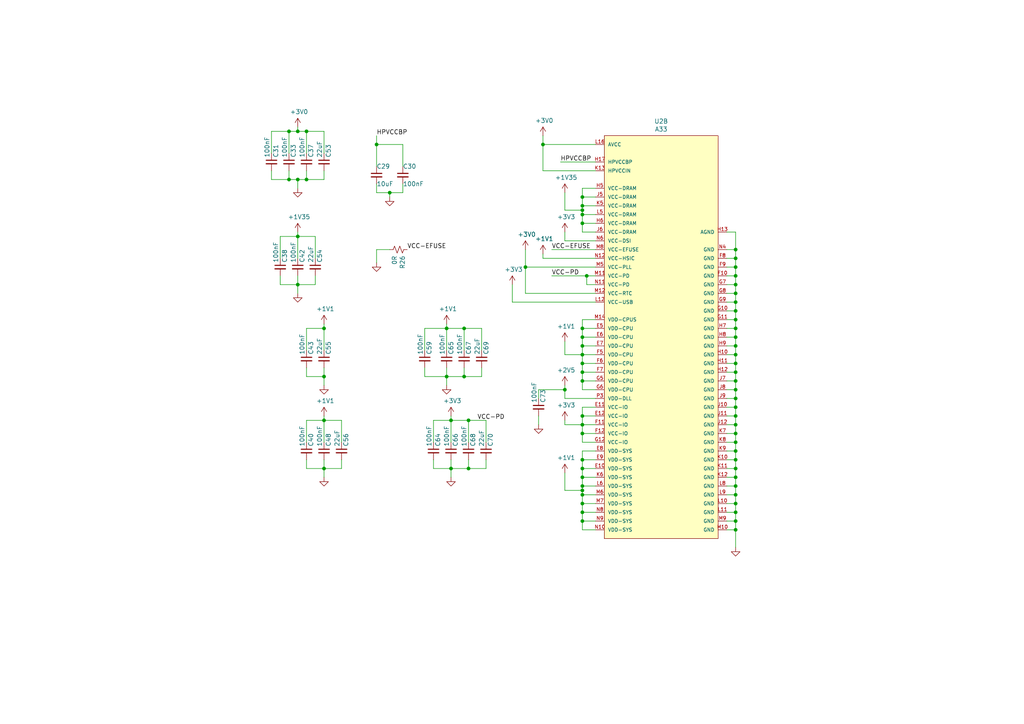
<source format=kicad_sch>
(kicad_sch (version 20231120) (generator "eeschema") (generator_version "8.0")
  (paper "A4")
  (title_block (title "Wifi Wart NFF") (rev "R0.1") (company "Interrupt Labs"))
  (lib_symbols
    (symbol "Allwinner_A33:A33" (pin_names (offset 1.016))
      (property "Reference" "U" (at 0 5.08 0))
      (property "Value" "A33" (at 0 7.62 0))
      (symbol "A33_1_1"
        (pin unspecified line (at 2.54 -20.32 0) (length 2.54) (name "DA6") (number "A1"))
        (pin unspecified line (at 2.54 -25.4 0) (length 2.54) (name "DA8") (number "B1"))
        (pin unspecified line (at 2.54 -40.64 0) (length 2.54) (name "DA14") (number "C1"))
        (pin unspecified line (at 2.54 -33.02 0) (length 2.54) (name "DA11") (number "C2"))
        (pin unspecified line (at 2.54 -7.62 0) (length 2.54) (name "DA1") (number "D1"))
        (pin unspecified line (at 2.54 -15.24 0) (length 2.54) (name "DA4") (number "D2"))
        (pin unspecified line (at 2.54 -35.56 0) (length 2.54) (name "DA12") (number "E1"))
        (pin unspecified line (at 2.54 -30.48 0) (length 2.54) (name "DA10") (number "E2"))
        (pin unspecified line (at 2.54 -43.18 0) (length 2.54) (name "DA15") (number "E3"))
        (pin unspecified line (at 2.54 -5.08 0) (length 2.54) (name "DA0") (number "E4"))
        (pin unspecified line (at 2.54 -17.78 0) (length 2.54) (name "DA5") (number "F1"))
        (pin unspecified line (at 2.54 -10.16 0) (length 2.54) (name "DA2") (number "F2"))
        (pin unspecified line (at 2.54 -38.1 0) (length 2.54) (name "DA13") (number "F3"))
        (pin unspecified line (at 2.54 -27.94 0) (length 2.54) (name "DA9") (number "F4"))
        (pin unspecified line (at 2.54 -68.58 0) (length 2.54) (name "DCK") (number "G1"))
        (pin unspecified line (at 2.54 -71.12 0) (length 2.54) (name "DCKB") (number "G2"))
        (pin unspecified line (at 2.54 -88.9 0) (length 2.54) (name "DRST") (number "G3"))
        (pin unspecified line (at 2.54 -22.86 0) (length 2.54) (name "DA7") (number "G4"))
        (pin unspecified line (at 30.48 -15.24 180) (length 2.54) (name "DQ6") (number "H1"))
        (pin unspecified line (at 30.48 -17.78 180) (length 2.54) (name "DQ7") (number "H2"))
        (pin unspecified line (at 2.54 -12.7 0) (length 2.54) (name "DA3") (number "H3"))
        (pin unspecified line (at 30.48 -48.26 180) (length 2.54) (name "DBA2") (number "H4"))
        (pin unspecified line (at 30.48 -10.16 180) (length 2.54) (name "DQ4") (number "J1"))
        (pin unspecified line (at 30.48 -12.7 180) (length 2.54) (name "DQ5") (number "J2"))
        (pin unspecified line (at 30.48 -43.18 180) (length 2.54) (name "DBA0") (number "J3"))
        (pin unspecified line (at 2.54 -73.66 0) (length 2.54) (name "DCKE") (number "J4"))
        (pin unspecified line (at 30.48 -63.5 180) (length 2.54) (name "DQS0B") (number "K1"))
        (pin unspecified line (at 30.48 -60.96 180) (length 2.54) (name "DQS0") (number "K2"))
        (pin unspecified line (at 2.54 -81.28 0) (length 2.54) (name "DWE") (number "K3"))
        (pin unspecified line (at 30.48 -45.72 180) (length 2.54) (name "DBA1") (number "K4"))
        (pin unspecified line (at 30.48 -5.08 180) (length 2.54) (name "DQ2") (number "L1"))
        (pin unspecified line (at 30.48 -7.62 180) (length 2.54) (name "DQ3") (number "L2"))
        (pin unspecified line (at 2.54 -60.96 0) (length 2.54) (name "DODT") (number "L3"))
        (pin unspecified line (at 2.54 -50.8 0) (length 2.54) (name "DRAS") (number "L4"))
        (pin unspecified line (at 2.54 -63.5 0) (length 2.54) (name "DODT1") (number "L7"))
        (pin unspecified line (at 30.48 0 180) (length 2.54) (name "DQ0") (number "M1"))
        (pin unspecified line (at 30.48 -2.54 180) (length 2.54) (name "DQ1") (number "M2"))
        (pin unspecified line (at 2.54 -48.26 0) (length 2.54) (name "DCAS") (number "M3"))
        (pin unspecified line (at 2.54 0 0) (length 2.54) (name "DVREF") (number "M4"))
        (pin unspecified line (at 30.48 -38.1 180) (length 2.54) (name "DQ15") (number "N1"))
        (pin unspecified line (at 30.48 -66.04 180) (length 2.54) (name "DQM0") (number "N2"))
        (pin unspecified line (at 2.54 -55.88 0) (length 2.54) (name "DCS") (number "N3"))
        (pin unspecified line (at 2.54 -58.42 0) (length 2.54) (name "DCS1") (number "N5"))
        (pin unspecified line (at 2.54 -76.2 0) (length 2.54) (name "DCKE1") (number "N7"))
        (pin unspecified line (at 30.48 -33.02 180) (length 2.54) (name "DQ13") (number "P1"))
        (pin unspecified line (at 30.48 -35.56 180) (length 2.54) (name "DQ14") (number "P2"))
        (pin unspecified line (at 30.48 -53.34 180) (length 2.54) (name "DQS1") (number "R1"))
        (pin unspecified line (at 30.48 -30.48 180) (length 2.54) (name "DQ12") (number "R2"))
        (pin unspecified line (at 2.54 -83.82 0) (length 2.54) (name "DZQ") (number "R3"))
        (pin unspecified line (at 30.48 -55.88 180) (length 2.54) (name "DQS1B") (number "T1"))
        (pin unspecified line (at 30.48 -27.94 180) (length 2.54) (name "DQ11") (number "T2"))
        (pin unspecified line (at 30.48 -58.42 180) (length 2.54) (name "DQM1") (number "T3"))
        (pin unspecified line (at 30.48 -22.86 180) (length 2.54) (name "DQ9") (number "U1"))
        (pin unspecified line (at 30.48 -25.4 180) (length 2.54) (name "DQ10") (number "U2"))
        (pin unspecified line (at 30.48 -20.32 180) (length 2.54) (name "DQ8") (number "U3"))
      )
      (symbol "A33_2_1"
        (pin unspecified line (at 2.54 -93.98 0) (length 2.54) (name "VDD-SYS") (number "E10"))
        (pin unspecified line (at 2.54 -76.2 0) (length 2.54) (name "VCC-IO") (number "E11"))
        (pin unspecified line (at 2.54 -78.74 0) (length 2.54) (name "VCC-IO") (number "E12"))
        (pin unspecified line (at 2.54 -53.34 0) (length 2.54) (name "VDD-CPU") (number "E5"))
        (pin unspecified line (at 2.54 -55.88 0) (length 2.54) (name "VDD-CPU") (number "E6"))
        (pin unspecified line (at 2.54 -58.42 0) (length 2.54) (name "VDD-CPU") (number "E7"))
        (pin unspecified line (at 2.54 -88.9 0) (length 2.54) (name "VDD-SYS") (number "E8"))
        (pin unspecified line (at 2.54 -91.44 0) (length 2.54) (name "VDD-SYS") (number "E9"))
        (pin unspecified line (at 40.64 -38.1 180) (length 2.54) (name "GND") (number "F10"))
        (pin unspecified line (at 2.54 -81.28 0) (length 2.54) (name "VCC-IO") (number "F11"))
        (pin unspecified line (at 2.54 -83.82 0) (length 2.54) (name "VCC-IO") (number "F12"))
        (pin unspecified line (at 2.54 -60.96 0) (length 2.54) (name "VDD-CPU") (number "F5"))
        (pin unspecified line (at 2.54 -63.5 0) (length 2.54) (name "VDD-CPU") (number "F6"))
        (pin unspecified line (at 2.54 -66.04 0) (length 2.54) (name "VDD-CPU") (number "F7"))
        (pin unspecified line (at 40.64 -33.02 180) (length 2.54) (name "GND") (number "F8"))
        (pin unspecified line (at 40.64 -35.56 180) (length 2.54) (name "GND") (number "F9"))
        (pin unspecified line (at 40.64 -48.26 180) (length 2.54) (name "GND") (number "G10"))
        (pin unspecified line (at 40.64 -50.8 180) (length 2.54) (name "GND") (number "G11"))
        (pin unspecified line (at 2.54 -86.36 0) (length 2.54) (name "VCC-IO") (number "G12"))
        (pin unspecified line (at 2.54 -68.58 0) (length 2.54) (name "VDD-CPU") (number "G5"))
        (pin unspecified line (at 2.54 -71.12 0) (length 2.54) (name "VDD-CPU") (number "G6"))
        (pin unspecified line (at 40.64 -40.64 180) (length 2.54) (name "GND") (number "G7"))
        (pin unspecified line (at 40.64 -43.18 180) (length 2.54) (name "GND") (number "G8"))
        (pin unspecified line (at 40.64 -45.72 180) (length 2.54) (name "GND") (number "G9"))
        (pin unspecified line (at 40.64 -60.96 180) (length 2.54) (name "GND") (number "H10"))
        (pin unspecified line (at 40.64 -63.5 180) (length 2.54) (name "GND") (number "H11"))
        (pin unspecified line (at 40.64 -66.04 180) (length 2.54) (name "GND") (number "H12"))
        (pin unspecified line (at 40.64 -25.4 180) (length 2.54) (name "AGND") (number "H13"))
        (pin unspecified line (at 2.54 -5.08 0) (length 2.54) (name "HPVCCBP") (number "H17"))
        (pin unspecified line (at 2.54 -12.7 0) (length 2.54) (name "VCC-DRAM") (number "H5"))
        (pin unspecified line (at 2.54 -22.86 0) (length 2.54) (name "VCC-DRAM") (number "H6"))
        (pin unspecified line (at 40.64 -53.34 180) (length 2.54) (name "GND") (number "H7"))
        (pin unspecified line (at 40.64 -55.88 180) (length 2.54) (name "GND") (number "H8"))
        (pin unspecified line (at 40.64 -58.42 180) (length 2.54) (name "GND") (number "H9"))
        (pin unspecified line (at 40.64 -76.2 180) (length 2.54) (name "GND") (number "J10"))
        (pin unspecified line (at 40.64 -78.74 180) (length 2.54) (name "GND") (number "J11"))
        (pin unspecified line (at 40.64 -81.28 180) (length 2.54) (name "GND") (number "J12"))
        (pin unspecified line (at 2.54 -15.24 0) (length 2.54) (name "VCC-DRAM") (number "J5"))
        (pin unspecified line (at 2.54 -25.4 0) (length 2.54) (name "VCC-DRAM") (number "J6"))
        (pin unspecified line (at 40.64 -68.58 180) (length 2.54) (name "GND") (number "J7"))
        (pin unspecified line (at 40.64 -71.12 180) (length 2.54) (name "GND") (number "J8"))
        (pin unspecified line (at 40.64 -73.66 180) (length 2.54) (name "GND") (number "J9"))
        (pin unspecified line (at 40.64 -91.44 180) (length 2.54) (name "GND") (number "K10"))
        (pin unspecified line (at 40.64 -93.98 180) (length 2.54) (name "GND") (number "K11"))
        (pin unspecified line (at 40.64 -96.52 180) (length 2.54) (name "GND") (number "K12"))
        (pin unspecified line (at 2.54 -7.62 0) (length 2.54) (name "HPVCCIN") (number "K13"))
        (pin unspecified line (at 2.54 -17.78 0) (length 2.54) (name "VCC-DRAM") (number "K5"))
        (pin unspecified line (at 2.54 -96.52 0) (length 2.54) (name "VDD-SYS") (number "K6"))
        (pin unspecified line (at 40.64 -83.82 180) (length 2.54) (name "GND") (number "K7"))
        (pin unspecified line (at 40.64 -86.36 180) (length 2.54) (name "GND") (number "K8"))
        (pin unspecified line (at 40.64 -88.9 180) (length 2.54) (name "GND") (number "K9"))
        (pin unspecified line (at 40.64 -104.14 180) (length 2.54) (name "GND") (number "L10"))
        (pin unspecified line (at 40.64 -106.68 180) (length 2.54) (name "GND") (number "L11"))
        (pin unspecified line (at 2.54 -45.72 0) (length 2.54) (name "VCC-USB") (number "L12"))
        (pin unspecified line (at 2.54 0 0) (length 2.54) (name "AVCC") (number "L16"))
        (pin unspecified line (at 2.54 -20.32 0) (length 2.54) (name "VCC-DRAM") (number "L5"))
        (pin unspecified line (at 2.54 -99.06 0) (length 2.54) (name "VDD-SYS") (number "L6"))
        (pin unspecified line (at 40.64 -99.06 180) (length 2.54) (name "GND") (number "L8"))
        (pin unspecified line (at 40.64 -101.6 180) (length 2.54) (name "GND") (number "L9"))
        (pin unspecified line (at 40.64 -111.76 180) (length 2.54) (name "GND") (number "M10"))
        (pin unspecified line (at 2.54 -38.1 0) (length 2.54) (name "VCC-PD") (number "M11"))
        (pin unspecified line (at 2.54 -43.18 0) (length 2.54) (name "VCC-RTC") (number "M12"))
        (pin unspecified line (at 2.54 -50.8 0) (length 2.54) (name "VDD-CPUS") (number "M14"))
        (pin unspecified line (at 2.54 -35.56 0) (length 2.54) (name "VCC-PLL") (number "M5"))
        (pin unspecified line (at 2.54 -101.6 0) (length 2.54) (name "VDD-SYS") (number "M6"))
        (pin unspecified line (at 2.54 -104.14 0) (length 2.54) (name "VDD-SYS") (number "M7"))
        (pin unspecified line (at 2.54 -30.48 0) (length 2.54) (name "VCC-EFUSE") (number "M8"))
        (pin unspecified line (at 40.64 -109.22 180) (length 2.54) (name "GND") (number "M9"))
        (pin unspecified line (at 2.54 -111.76 0) (length 2.54) (name "VDD-SYS") (number "N10"))
        (pin unspecified line (at 2.54 -40.64 0) (length 2.54) (name "VCC-PD") (number "N11"))
        (pin unspecified line (at 2.54 -33.02 0) (length 2.54) (name "VCC-HSIC") (number "N12"))
        (pin unspecified line (at 40.64 -30.48 180) (length 2.54) (name "GND") (number "N4"))
        (pin unspecified line (at 2.54 -27.94 0) (length 2.54) (name "VCC-DSI") (number "N6"))
        (pin unspecified line (at 2.54 -106.68 0) (length 2.54) (name "VDD-SYS") (number "N8"))
        (pin unspecified line (at 2.54 -109.22 0) (length 2.54) (name "VDD-SYS") (number "N9"))
        (pin unspecified line (at 2.54 -73.66 0) (length 2.54) (name "VDD-DLL") (number "P3"))
      )
      (symbol "A33_3_1"
        (pin unspecified line (at 2.54 -48.26 0) (length 2.54) (name "PC10") (number "A10"))
        (pin unspecified line (at 2.54 -43.18 0) (length 2.54) (name "PC8") (number "A11"))
        (pin unspecified line (at 2.54 -40.64 0) (length 2.54) (name "PC7") (number "A12"))
        (pin unspecified line (at 25.4 -76.2 180) (length 2.54) (name "PG4") (number "A13"))
        (pin unspecified line (at 25.4 -71.12 180) (length 2.54) (name "PG2") (number "A14"))
        (pin unspecified line (at 25.4 -66.04 180) (length 2.54) (name "PG0") (number "A15"))
        (pin unspecified line (at 25.4 -86.36 180) (length 2.54) (name "PG8") (number "A16"))
        (pin unspecified line (at 25.4 -81.28 180) (length 2.54) (name "PG6") (number "A17"))
        (pin unspecified line (at 25.4 -30.48 180) (length 2.54) (name "PE12") (number "A2"))
        (pin unspecified line (at 25.4 -25.4 180) (length 2.54) (name "PE10") (number "A3"))
        (pin unspecified line (at 25.4 -20.32 180) (length 2.54) (name "PE8") (number "A4"))
        (pin unspecified line (at 25.4 -15.24 180) (length 2.54) (name "PE6") (number "A5"))
        (pin unspecified line (at 25.4 -10.16 180) (length 2.54) (name "PE4") (number "A6"))
        (pin unspecified line (at 2.54 -63.5 0) (length 2.54) (name "PC16") (number "A7"))
        (pin unspecified line (at 2.54 -58.42 0) (length 2.54) (name "PC14") (number "A8"))
        (pin unspecified line (at 2.54 -53.34 0) (length 2.54) (name "PC12") (number "A9"))
        (pin unspecified line (at 2.54 -45.72 0) (length 2.54) (name "PC9") (number "B10"))
        (pin unspecified line (at 2.54 -33.02 0) (length 2.54) (name "PC4") (number "B11"))
        (pin unspecified line (at 25.4 -78.74 180) (length 2.54) (name "PG5") (number "B13"))
        (pin unspecified line (at 25.4 -73.66 180) (length 2.54) (name "PG3") (number "B14"))
        (pin unspecified line (at 25.4 -68.58 180) (length 2.54) (name "PG1") (number "B15"))
        (pin unspecified line (at 25.4 -88.9 180) (length 2.54) (name "PG9") (number "B16"))
        (pin unspecified line (at 25.4 -83.82 180) (length 2.54) (name "PG7") (number "B17"))
        (pin unspecified line (at 25.4 -33.02 180) (length 2.54) (name "PE13") (number "B2"))
        (pin unspecified line (at 25.4 -27.94 180) (length 2.54) (name "PE11") (number "B3"))
        (pin unspecified line (at 25.4 -22.86 180) (length 2.54) (name "PE9") (number "B4"))
        (pin unspecified line (at 25.4 -17.78 180) (length 2.54) (name "PE7") (number "B5"))
        (pin unspecified line (at 25.4 -12.7 180) (length 2.54) (name "PE5") (number "B6"))
        (pin unspecified line (at 2.54 -60.96 0) (length 2.54) (name "PC15") (number "B7"))
        (pin unspecified line (at 2.54 -55.88 0) (length 2.54) (name "PC13") (number "B8"))
        (pin unspecified line (at 2.54 -50.8 0) (length 2.54) (name "PC11") (number "B9"))
        (pin unspecified line (at 2.54 -35.56 0) (length 2.54) (name "PC5") (number "C10"))
        (pin unspecified line (at 2.54 -27.94 0) (length 2.54) (name "PC2") (number "C11"))
        (pin unspecified line (at 2.54 -25.4 0) (length 2.54) (name "PC1") (number "C12"))
        (pin unspecified line (at 25.4 -116.84 180) (length 2.54) (name "PH5") (number "C13"))
        (pin unspecified line (at 25.4 -99.06 180) (length 2.54) (name "PG13") (number "C14"))
        (pin unspecified line (at 25.4 -96.52 180) (length 2.54) (name "PG12") (number "C15"))
        (pin unspecified line (at 25.4 -93.98 180) (length 2.54) (name "PG11") (number "C16"))
        (pin unspecified line (at 25.4 -91.44 180) (length 2.54) (name "PG10") (number "C17"))
        (pin unspecified line (at 25.4 -35.56 180) (length 2.54) (name "PE14") (number "C3"))
        (pin unspecified line (at 25.4 -40.64 180) (length 2.54) (name "PE16") (number "C4"))
        (pin unspecified line (at 25.4 0 180) (length 2.54) (name "PE0") (number "C5"))
        (pin unspecified line (at 25.4 -5.08 180) (length 2.54) (name "PE2") (number "C6"))
        (pin unspecified line (at 25.4 -60.96 180) (length 2.54) (name "PF5") (number "C7"))
        (pin unspecified line (at 25.4 -55.88 180) (length 2.54) (name "PF3") (number "C8"))
        (pin unspecified line (at 25.4 -50.8 180) (length 2.54) (name "PF1") (number "C9"))
        (pin unspecified line (at 2.54 -38.1 0) (length 2.54) (name "PC6") (number "D10"))
        (pin unspecified line (at 2.54 -30.48 0) (length 2.54) (name "PC3") (number "D11"))
        (pin unspecified line (at 2.54 -22.86 0) (length 2.54) (name "PC0") (number "D12"))
        (pin unspecified line (at 25.4 -114.3 180) (length 2.54) (name "PH4") (number "D13"))
        (pin unspecified line (at 25.4 -111.76 180) (length 2.54) (name "PH3") (number "D14"))
        (pin unspecified line (at 25.4 -109.22 180) (length 2.54) (name "PH2") (number "D15"))
        (pin unspecified line (at 25.4 -106.68 180) (length 2.54) (name "PH1") (number "D16"))
        (pin unspecified line (at 25.4 -104.14 180) (length 2.54) (name "PH0") (number "D17"))
        (pin unspecified line (at 25.4 -38.1 180) (length 2.54) (name "PE15") (number "D3"))
        (pin unspecified line (at 25.4 -43.18 180) (length 2.54) (name "PE17") (number "D4"))
        (pin unspecified line (at 25.4 -2.54 180) (length 2.54) (name "PE1") (number "D5"))
        (pin unspecified line (at 25.4 -7.62 180) (length 2.54) (name "PE3") (number "D6"))
        (pin unspecified line (at 25.4 -58.42 180) (length 2.54) (name "PF4") (number "D7"))
        (pin unspecified line (at 25.4 -53.34 180) (length 2.54) (name "PF2") (number "D8"))
        (pin unspecified line (at 25.4 -48.26 180) (length 2.54) (name "PF0") (number "D9"))
        (pin unspecified line (at 25.4 -127 180) (length 2.54) (name "PH9") (number "E14"))
        (pin unspecified line (at 25.4 -124.46 180) (length 2.54) (name "PH8") (number "E15"))
        (pin unspecified line (at 25.4 -121.92 180) (length 2.54) (name "PH7") (number "E16"))
        (pin unspecified line (at 25.4 -119.38 180) (length 2.54) (name "PH6") (number "E17"))
        (pin unspecified line (at 2.54 -15.24 0) (length 2.54) (name "PB6") (number "F14"))
        (pin unspecified line (at 2.54 -17.78 0) (length 2.54) (name "PB7") (number "F15"))
        (pin unspecified line (at 2.54 -7.62 0) (length 2.54) (name "PB3") (number "F16"))
        (pin unspecified line (at 2.54 -5.08 0) (length 2.54) (name "PB2") (number "F17"))
        (pin unspecified line (at 2.54 -10.16 0) (length 2.54) (name "PB4") (number "G14"))
        (pin unspecified line (at 2.54 -12.7 0) (length 2.54) (name "PB5") (number "G15"))
        (pin unspecified line (at 2.54 -2.54 0) (length 2.54) (name "PB1") (number "G16"))
        (pin unspecified line (at 2.54 0 0) (length 2.54) (name "PB0") (number "G17"))
        (pin unspecified line (at 2.54 -81.28 0) (length 2.54) (name "PD7") (number "P10"))
        (pin unspecified line (at 2.54 -76.2 0) (length 2.54) (name "PD5") (number "P11"))
        (pin unspecified line (at 2.54 -71.12 0) (length 2.54) (name "PD3") (number "P12"))
        (pin unspecified line (at 25.4 -154.94 180) (length 2.54) (name "PL9") (number "P13"))
        (pin unspecified line (at 25.4 -144.78 180) (length 2.54) (name "PL5") (number "P14"))
        (pin unspecified line (at 25.4 -134.62 180) (length 2.54) (name "PL1") (number "P15"))
        (pin unspecified line (at 25.4 -132.08 180) (length 2.54) (name "PL0") (number "P16"))
        (pin unspecified line (at 2.54 -96.52 0) (length 2.54) (name "PD15") (number "P7"))
        (pin unspecified line (at 2.54 -91.44 0) (length 2.54) (name "PD13") (number "P8"))
        (pin unspecified line (at 2.54 -86.36 0) (length 2.54) (name "PD11") (number "P9"))
        (pin unspecified line (at 2.54 -78.74 0) (length 2.54) (name "PD6") (number "R10"))
        (pin unspecified line (at 2.54 -73.66 0) (length 2.54) (name "PD4") (number "R11"))
        (pin unspecified line (at 2.54 -68.58 0) (length 2.54) (name "PD2") (number "R12"))
        (pin unspecified line (at 25.4 -152.4 180) (length 2.54) (name "PL8") (number "R13"))
        (pin unspecified line (at 25.4 -142.24 180) (length 2.54) (name "PL4") (number "R14"))
        (pin unspecified line (at 2.54 -93.98 0) (length 2.54) (name "PD14") (number "R7"))
        (pin unspecified line (at 2.54 -88.9 0) (length 2.54) (name "PD12") (number "R8"))
        (pin unspecified line (at 2.54 -83.82 0) (length 2.54) (name "PD10") (number "R9"))
        (pin unspecified line (at 2.54 -106.68 0) (length 2.54) (name "PD21") (number "T10"))
        (pin unspecified line (at 2.54 -101.6 0) (length 2.54) (name "PD19") (number "T11"))
        (pin unspecified line (at 25.4 -160.02 180) (length 2.54) (name "PL11") (number "T12"))
        (pin unspecified line (at 25.4 -149.86 180) (length 2.54) (name "PL7") (number "T13"))
        (pin unspecified line (at 25.4 -139.7 180) (length 2.54) (name "PL3") (number "T14"))
        (pin unspecified line (at 2.54 -121.92 0) (length 2.54) (name "PD27") (number "T7"))
        (pin unspecified line (at 2.54 -116.84 0) (length 2.54) (name "PD25") (number "T8"))
        (pin unspecified line (at 2.54 -111.76 0) (length 2.54) (name "PD23") (number "T9"))
        (pin unspecified line (at 2.54 -104.14 0) (length 2.54) (name "PD20") (number "U10"))
        (pin unspecified line (at 2.54 -99.06 0) (length 2.54) (name "PD18") (number "U11"))
        (pin unspecified line (at 25.4 -157.48 180) (length 2.54) (name "PL10") (number "U12"))
        (pin unspecified line (at 25.4 -147.32 180) (length 2.54) (name "PL6") (number "U13"))
        (pin unspecified line (at 25.4 -137.16 180) (length 2.54) (name "PL2") (number "U14"))
        (pin unspecified line (at 2.54 -119.38 0) (length 2.54) (name "PD26") (number "U7"))
        (pin unspecified line (at 2.54 -114.3 0) (length 2.54) (name "PD24") (number "U8"))
        (pin unspecified line (at 2.54 -109.22 0) (length 2.54) (name "PD22") (number "U9"))
      )
      (symbol "A33_4_1"
        (pin unspecified line (at 43.18 -53.34 180) (length 2.54) (name "HPCOM") (number "H14"))
        (pin unspecified line (at 43.18 -22.86 180) (length 2.54) (name "LINEINL") (number "H15"))
        (pin unspecified line (at 43.18 -55.88 180) (length 2.54) (name "HPCOMFB") (number "H16"))
        (pin unspecified line (at 43.18 -60.96 180) (length 2.54) (name "HBIAS") (number "J14"))
        (pin unspecified line (at 43.18 -20.32 180) (length 2.54) (name "LINEINR") (number "J15"))
        (pin unspecified line (at 43.18 -48.26 180) (length 2.54) (name "HPOUTR") (number "J16"))
        (pin unspecified line (at 43.18 -50.8 180) (length 2.54) (name "HPOUTL") (number "J17"))
        (pin unspecified line (at 43.18 -63.5 180) (length 2.54) (name "MBIAS") (number "K14"))
        (pin unspecified line (at 43.18 -40.64 180) (length 2.54) (name "PHONEINN") (number "K15"))
        (pin unspecified line (at 43.18 -68.58 180) (length 2.54) (name "VRA1") (number "K16"))
        (pin unspecified line (at 43.18 -71.12 180) (length 2.54) (name "VRA2") (number "K17"))
        (pin unspecified line (at 43.18 -27.94 180) (length 2.54) (name "LRADC0") (number "L14"))
        (pin unspecified line (at 43.18 -43.18 180) (length 2.54) (name "PHONEINP") (number "L15"))
        (pin unspecified line (at 43.18 -73.66 180) (length 2.54) (name "VRP") (number "L17"))
        (pin unspecified line (at 2.54 -48.26 0) (length 2.54) (name "RTCVIO") (number "M13"))
        (pin unspecified line (at 43.18 -35.56 180) (length 2.54) (name "PHONEOUTP") (number "M15"))
        (pin unspecified line (at 43.18 -10.16 180) (length 2.54) (name "MIC1N") (number "M16"))
        (pin unspecified line (at 43.18 -7.62 180) (length 2.54) (name "MIC1P") (number "M17"))
        (pin unspecified line (at 2.54 -58.42 0) (length 2.54) (name "NMI") (number "N14"))
        (pin unspecified line (at 43.18 -33.02 180) (length 2.54) (name "PHONEOUTN") (number "N15"))
        (pin unspecified line (at 43.18 -15.24 180) (length 2.54) (name "MIC2N") (number "N16"))
        (pin unspecified line (at 43.18 -12.7 180) (length 2.54) (name "MIC2P") (number "N17"))
        (pin unspecified line (at 2.54 -60.96 0) (length 2.54) (name "RESET") (number "P17"))
        (pin unspecified line (at 2.54 -15.24 0) (length 2.54) (name "DSI-D0P") (number "P4"))
        (pin unspecified line (at 2.54 -20.32 0) (length 2.54) (name "DSI-D1P") (number "P5"))
        (pin unspecified line (at 2.54 -30.48 0) (length 2.54) (name "DSI-D3P") (number "P6"))
        (pin unspecified line (at 2.54 -45.72 0) (length 2.54) (name "X32KFOUT") (number "R15"))
        (pin unspecified line (at 2.54 -43.18 0) (length 2.54) (name "X32KOUT") (number "R16"))
        (pin unspecified line (at 2.54 -40.64 0) (length 2.54) (name "X32KIN") (number "R17"))
        (pin unspecified line (at 2.54 -12.7 0) (length 2.54) (name "DSI-D0N") (number "R4"))
        (pin unspecified line (at 2.54 -17.78 0) (length 2.54) (name "DSI-D1N") (number "R5"))
        (pin unspecified line (at 2.54 -27.94 0) (length 2.54) (name "DSI-D3N") (number "R6"))
        (pin unspecified line (at 43.18 0 180) (length 2.54) (name "HSIC-STR") (number "T15"))
        (pin unspecified line (at 2.54 -2.54 0) (length 2.54) (name "USB-DM0") (number "T16"))
        (pin unspecified line (at 2.54 0 0) (length 2.54) (name "USB-DP0") (number "T17"))
        (pin unspecified line (at 2.54 -53.34 0) (length 2.54) (name "X24MOUT") (number "T4"))
        (pin unspecified line (at 2.54 -35.56 0) (length 2.54) (name "DSI-CKP") (number "T5"))
        (pin unspecified line (at 2.54 -25.4 0) (length 2.54) (name "DSI-D2P") (number "T6"))
        (pin unspecified line (at 43.18 -2.54 180) (length 2.54) (name "HSIC-DAT") (number "U15"))
        (pin unspecified line (at 2.54 -7.62 0) (length 2.54) (name "USB-DM1") (number "U16"))
        (pin unspecified line (at 2.54 -5.08 0) (length 2.54) (name "USB-DP1") (number "U17"))
        (pin unspecified line (at 2.54 -50.8 0) (length 2.54) (name "X24MIN") (number "U4"))
        (pin unspecified line (at 2.54 -33.02 0) (length 2.54) (name "DSI-CKN") (number "U5"))
        (pin unspecified line (at 2.54 -22.86 0) (length 2.54) (name "DSI-D2N") (number "U6"))
      )
    )
    (symbol "Device:C_Small" (pin_numbers hide) (pin_names (offset 0.254) hide)
      (property "Reference" "C" (at 0.254 1.778 0))
      (property "Value" "C_Small" (at 0.254 -2.032 0))
      (symbol "C_Small_1_1"
        (pin passive line (at 0 2.54 270) (length 2.032) (name "~") (number "1"))
        (pin passive line (at 0 -2.54 90) (length 2.032) (name "~") (number "2"))
      )
    )
    (symbol "Device:R_Small_US" (pin_numbers hide) (pin_names (offset 0.254) hide)
      (property "Reference" "R" (at 0.762 0.508 0))
      (property "Value" "R_Small_US" (at 0.762 -1.016 0))
      (symbol "R_Small_US_1_1"
        (pin passive line (at 0 2.54 270) (length 1.016) (name "~") (number "1"))
        (pin passive line (at 0 -2.54 90) (length 1.016) (name "~") (number "2"))
      )
    )
    (symbol "hardware-rescue:+1V1-power" (power) (pin_names (offset 0))
      (property "Value" "power_+1V1" (at 0 3.556 0))
      (symbol "+1V1-power_1_1"
        (pin power_in line (at 0 0 90) (length 0) hide (name "+1V1") (number "1"))
      )
    )
    (symbol "hardware-rescue:+1V35-power" (power) (pin_names (offset 0))
      (property "Value" "power_+1V35" (at 0 3.556 0))
      (symbol "+1V35-power_1_1"
        (pin power_in line (at 0 0 90) (length 0) hide (name "+1V35") (number "1"))
      )
    )
    (symbol "hardware-rescue:+2V5-power" (power) (pin_names (offset 0))
      (property "Value" "power_+2V5" (at 0 3.556 0))
      (symbol "+2V5-power_1_1"
        (pin power_in line (at 0 0 90) (length 0) hide (name "+2V5") (number "1"))
      )
    )
    (symbol "hardware-rescue:+3V0-power" (power) (pin_names (offset 0))
      (property "Value" "power_+3V0" (at 0 3.556 0))
      (symbol "+3V0-power_1_1"
        (pin power_in line (at 0 0 90) (length 0) hide (name "+3V0") (number "1"))
      )
    )
    (symbol "hardware-rescue:+3V3-power" (power) (pin_names (offset 0))
      (property "Value" "power_+3V3" (at 0 3.556 0))
      (symbol "+3V3-power_1_1"
        (pin power_in line (at 0 0 90) (length 0) hide (name "+3V3") (number "1"))
      )
    )
    (symbol "hardware-rescue:GND-power" (power) (pin_names (offset 0))
      (property "Value" "power_GND" (at 0 -3.81 0))
      (symbol "GND-power_1_1"
        (pin power_in line (at 0 0 270) (length 0) hide (name "GND") (number "1"))
      )
    )
  )
  (junction (at 152.4 77.47))
  (junction (at 135.89 135.89))
  (junction (at 86.36 68.58))
  (junction (at 213.36 110.49))
  (junction (at 213.36 125.73))
  (junction (at 168.91 146.05))
  (junction (at 213.36 151.13))
  (junction (at 83.82 52.07))
  (junction (at 168.91 59.69))
  (junction (at 113.03 55.88))
  (junction (at 213.36 90.17))
  (junction (at 93.98 121.92))
  (junction (at 135.89 121.92))
  (junction (at 213.36 113.03))
  (junction (at 213.36 95.25))
  (junction (at 109.22 41.91))
  (junction (at 129.54 109.22))
  (junction (at 168.91 123.19))
  (junction (at 88.9 52.07))
  (junction (at 213.36 138.43))
  (junction (at 213.36 72.39))
  (junction (at 213.36 148.59))
  (junction (at 134.62 109.22))
  (junction (at 168.91 138.43))
  (junction (at 213.36 118.11))
  (junction (at 168.91 110.49))
  (junction (at 213.36 102.87))
  (junction (at 213.36 123.19))
  (junction (at 168.91 62.23))
  (junction (at 168.91 107.95))
  (junction (at 213.36 140.97))
  (junction (at 168.91 95.25))
  (junction (at 93.98 135.89))
  (junction (at 168.91 151.13))
  (junction (at 213.36 85.09))
  (junction (at 168.91 142.24))
  (junction (at 168.91 100.33))
  (junction (at 168.91 102.87))
  (junction (at 86.36 38.1))
  (junction (at 213.36 87.63))
  (junction (at 213.36 115.57))
  (junction (at 168.91 105.41))
  (junction (at 213.36 135.89))
  (junction (at 86.36 52.07))
  (junction (at 213.36 74.93))
  (junction (at 157.48 41.91))
  (junction (at 213.36 120.65))
  (junction (at 213.36 130.81))
  (junction (at 168.91 125.73))
  (junction (at 213.36 146.05))
  (junction (at 83.82 38.1))
  (junction (at 213.36 128.27))
  (junction (at 213.36 92.71))
  (junction (at 213.36 100.33))
  (junction (at 130.81 135.89))
  (junction (at 213.36 80.01))
  (junction (at 213.36 133.35))
  (junction (at 213.36 153.67))
  (junction (at 168.91 140.97))
  (junction (at 213.36 77.47))
  (junction (at 213.36 97.79))
  (junction (at 168.91 57.15))
  (junction (at 93.98 95.25))
  (junction (at 168.91 143.51))
  (junction (at 213.36 105.41))
  (junction (at 168.91 60.96))
  (junction (at 134.62 95.25))
  (junction (at 93.98 109.22))
  (junction (at 168.91 64.77))
  (junction (at 163.83 113.03))
  (junction (at 88.9 38.1))
  (junction (at 168.91 135.89))
  (junction (at 86.36 82.55))
  (junction (at 168.91 148.59))
  (junction (at 170.18 80.01))
  (junction (at 129.54 95.25))
  (junction (at 213.36 143.51))
  (junction (at 130.81 121.92))
  (junction (at 213.36 82.55))
  (junction (at 213.36 107.95))
  (junction (at 168.91 120.65))
  (junction (at 168.91 133.35))
  (junction (at 168.91 97.79))
  (wire (pts (xy 109.22 48.26) (xy 109.22 41.91)))
  (wire (pts (xy 168.91 113.03) (xy 168.91 110.49)))
  (wire (pts (xy 91.44 68.58) (xy 91.44 74.93)))
  (wire (pts (xy 213.36 67.31) (xy 213.36 72.39)))
  (wire (pts (xy 93.98 49.53) (xy 93.98 52.07)))
  (wire (pts (xy 213.36 138.43) (xy 210.82 138.43)))
  (wire (pts (xy 213.36 95.25) (xy 213.36 97.79)))
  (wire (pts (xy 99.06 133.35) (xy 99.06 135.89)))
  (wire (pts (xy 123.19 95.25) (xy 129.54 95.25)))
  (wire (pts (xy 213.36 130.81) (xy 213.36 133.35)))
  (wire (pts (xy 172.72 120.65) (xy 168.91 120.65)))
  (wire (pts (xy 172.72 49.53) (xy 157.48 49.53)))
  (wire (pts (xy 116.84 53.34) (xy 116.84 55.88)))
  (wire (pts (xy 213.36 120.65) (xy 210.82 120.65)))
  (wire (pts (xy 93.98 44.45) (xy 93.98 38.1)))
  (wire (pts (xy 213.36 90.17) (xy 213.36 92.71)))
  (wire (pts (xy 172.72 133.35) (xy 168.91 133.35)))
  (wire (pts (xy 168.91 118.11) (xy 168.91 120.65)))
  (wire (pts (xy 86.36 38.1) (xy 88.9 38.1)))
  (wire (pts (xy 213.36 77.47) (xy 213.36 80.01)))
  (wire (pts (xy 88.9 121.92) (xy 93.98 121.92)))
  (wire (pts (xy 88.9 49.53) (xy 88.9 52.07)))
  (wire (pts (xy 172.72 100.33) (xy 168.91 100.33)))
  (wire (pts (xy 78.74 44.45) (xy 78.74 38.1)))
  (wire (pts (xy 86.36 74.93) (xy 86.36 68.58)))
  (wire (pts (xy 172.72 113.03) (xy 168.91 113.03)))
  (wire (pts (xy 88.9 38.1) (xy 93.98 38.1)))
  (wire (pts (xy 168.91 138.43) (xy 168.91 140.97)))
  (wire (pts (xy 86.36 80.01) (xy 86.36 82.55)))
  (wire (pts (xy 213.36 123.19) (xy 210.82 123.19)))
  (wire (pts (xy 134.62 109.22) (xy 139.7 109.22)))
  (wire (pts (xy 172.72 69.85) (xy 163.83 69.85)))
  (wire (pts (xy 168.91 59.69) (xy 168.91 60.96)))
  (wire (pts (xy 168.91 146.05) (xy 168.91 148.59)))
  (wire (pts (xy 93.98 133.35) (xy 93.98 135.89)))
  (wire (pts (xy 213.36 82.55) (xy 210.82 82.55)))
  (wire (pts (xy 130.81 133.35) (xy 130.81 135.89)))
  (wire (pts (xy 81.28 68.58) (xy 86.36 68.58)))
  (wire (pts (xy 213.36 102.87) (xy 213.36 105.41)))
  (wire (pts (xy 213.36 113.03) (xy 210.82 113.03)))
  (wire (pts (xy 86.36 52.07) (xy 88.9 52.07)))
  (wire (pts (xy 213.36 130.81) (xy 210.82 130.81)))
  (wire (pts (xy 213.36 72.39) (xy 213.36 74.93)))
  (wire (pts (xy 172.72 135.89) (xy 168.91 135.89)))
  (wire (pts (xy 213.36 77.47) (xy 210.82 77.47)))
  (wire (pts (xy 113.03 57.15) (xy 113.03 55.88)))
  (wire (pts (xy 130.81 121.92) (xy 130.81 120.65)))
  (wire (pts (xy 93.98 128.27) (xy 93.98 121.92)))
  (wire (pts (xy 213.36 100.33) (xy 213.36 102.87)))
  (wire (pts (xy 168.91 97.79) (xy 168.91 95.25)))
  (wire (pts (xy 168.91 123.19) (xy 163.83 123.19)))
  (wire (pts (xy 172.72 138.43) (xy 168.91 138.43)))
  (wire (pts (xy 129.54 111.76) (xy 129.54 109.22)))
  (wire (pts (xy 116.84 41.91) (xy 116.84 48.26)))
  (wire (pts (xy 213.36 118.11) (xy 210.82 118.11)))
  (wire (pts (xy 172.72 151.13) (xy 168.91 151.13)))
  (wire (pts (xy 210.82 72.39) (xy 213.36 72.39)))
  (wire (pts (xy 172.72 82.55) (xy 170.18 82.55)))
  (wire (pts (xy 91.44 82.55) (xy 86.36 82.55)))
  (wire (pts (xy 130.81 135.89) (xy 135.89 135.89)))
  (wire (pts (xy 78.74 49.53) (xy 78.74 52.07)))
  (wire (pts (xy 81.28 74.93) (xy 81.28 68.58)))
  (wire (pts (xy 168.91 151.13) (xy 168.91 153.67)))
  (wire (pts (xy 135.89 121.92) (xy 140.97 121.92)))
  (wire (pts (xy 93.98 111.76) (xy 93.98 109.22)))
  (wire (pts (xy 172.72 74.93) (xy 157.48 74.93)))
  (wire (pts (xy 213.36 153.67) (xy 213.36 158.75)))
  (wire (pts (xy 172.72 54.61) (xy 168.91 54.61)))
  (wire (pts (xy 210.82 67.31) (xy 213.36 67.31)))
  (wire (pts (xy 157.48 41.91) (xy 157.48 39.37)))
  (wire (pts (xy 172.72 92.71) (xy 168.91 92.71)))
  (wire (pts (xy 163.83 113.03) (xy 156.21 113.03)))
  (wire (pts (xy 109.22 72.39) (xy 113.03 72.39)))
  (wire (pts (xy 213.36 151.13) (xy 210.82 151.13)))
  (wire (pts (xy 213.36 135.89) (xy 213.36 138.43)))
  (wire (pts (xy 163.83 123.19) (xy 163.83 121.92)))
  (wire (pts (xy 168.91 95.25) (xy 168.91 92.71)))
  (wire (pts (xy 213.36 110.49) (xy 213.36 113.03)))
  (wire (pts (xy 168.91 60.96) (xy 168.91 62.23)))
  (wire (pts (xy 99.06 128.27) (xy 99.06 121.92)))
  (wire (pts (xy 213.36 151.13) (xy 213.36 153.67)))
  (wire (pts (xy 213.36 125.73) (xy 213.36 128.27)))
  (wire (pts (xy 213.36 110.49) (xy 210.82 110.49)))
  (wire (pts (xy 162.56 46.99) (xy 172.72 46.99)))
  (wire (pts (xy 213.36 140.97) (xy 210.82 140.97)))
  (wire (pts (xy 213.36 105.41) (xy 213.36 107.95)))
  (wire (pts (xy 172.72 148.59) (xy 168.91 148.59)))
  (wire (pts (xy 86.36 54.61) (xy 86.36 52.07)))
  (wire (pts (xy 172.72 102.87) (xy 168.91 102.87)))
  (wire (pts (xy 172.72 59.69) (xy 168.91 59.69)))
  (wire (pts (xy 88.9 133.35) (xy 88.9 135.89)))
  (wire (pts (xy 172.72 41.91) (xy 157.48 41.91)))
  (wire (pts (xy 168.91 54.61) (xy 168.91 57.15)))
  (wire (pts (xy 213.36 148.59) (xy 213.36 151.13)))
  (wire (pts (xy 83.82 49.53) (xy 83.82 52.07)))
  (wire (pts (xy 93.98 121.92) (xy 99.06 121.92)))
  (wire (pts (xy 148.59 82.55) (xy 148.59 87.63)))
  (wire (pts (xy 88.9 135.89) (xy 93.98 135.89)))
  (wire (pts (xy 88.9 109.22) (xy 93.98 109.22)))
  (wire (pts (xy 125.73 121.92) (xy 130.81 121.92)))
  (wire (pts (xy 168.91 60.96) (xy 163.83 60.96)))
  (wire (pts (xy 93.98 101.6) (xy 93.98 95.25)))
  (wire (pts (xy 168.91 107.95) (xy 168.91 105.41)))
  (wire (pts (xy 213.36 102.87) (xy 210.82 102.87)))
  (wire (pts (xy 172.72 64.77) (xy 168.91 64.77)))
  (wire (pts (xy 93.98 138.43) (xy 93.98 135.89)))
  (wire (pts (xy 168.91 110.49) (xy 168.91 107.95)))
  (wire (pts (xy 140.97 133.35) (xy 140.97 135.89)))
  (wire (pts (xy 86.36 38.1) (xy 86.36 36.83)))
  (wire (pts (xy 168.91 142.24) (xy 163.83 142.24)))
  (wire (pts (xy 86.36 85.09) (xy 86.36 82.55)))
  (wire (pts (xy 213.36 118.11) (xy 213.36 120.65)))
  (wire (pts (xy 213.36 143.51) (xy 213.36 146.05)))
  (wire (pts (xy 172.72 85.09) (xy 152.4 85.09)))
  (wire (pts (xy 213.36 100.33) (xy 210.82 100.33)))
  (wire (pts (xy 213.36 123.19) (xy 213.36 125.73)))
  (wire (pts (xy 172.72 115.57) (xy 163.83 115.57)))
  (wire (pts (xy 168.91 128.27) (xy 172.72 128.27)))
  (wire (pts (xy 172.72 125.73) (xy 168.91 125.73)))
  (wire (pts (xy 88.9 106.68) (xy 88.9 109.22)))
  (wire (pts (xy 213.36 74.93) (xy 210.82 74.93)))
  (wire (pts (xy 130.81 128.27) (xy 130.81 121.92)))
  (wire (pts (xy 213.36 87.63) (xy 210.82 87.63)))
  (wire (pts (xy 83.82 38.1) (xy 86.36 38.1)))
  (wire (pts (xy 213.36 143.51) (xy 210.82 143.51)))
  (wire (pts (xy 123.19 106.68) (xy 123.19 109.22)))
  (wire (pts (xy 109.22 41.91) (xy 116.84 41.91)))
  (wire (pts (xy 139.7 101.6) (xy 139.7 95.25)))
  (wire (pts (xy 129.54 101.6) (xy 129.54 95.25)))
  (wire (pts (xy 213.36 97.79) (xy 213.36 100.33)))
  (wire (pts (xy 213.36 148.59) (xy 210.82 148.59)))
  (wire (pts (xy 213.36 133.35) (xy 210.82 133.35)))
  (wire (pts (xy 134.62 101.6) (xy 134.62 95.25)))
  (wire (pts (xy 172.72 118.11) (xy 168.91 118.11)))
  (wire (pts (xy 172.72 77.47) (xy 152.4 77.47)))
  (wire (pts (xy 91.44 82.55) (xy 91.44 80.01)))
  (wire (pts (xy 134.62 95.25) (xy 139.7 95.25)))
  (wire (pts (xy 213.36 92.71) (xy 210.82 92.71)))
  (wire (pts (xy 213.36 107.95) (xy 213.36 110.49)))
  (wire (pts (xy 163.83 60.96) (xy 163.83 55.88)))
  (wire (pts (xy 83.82 52.07) (xy 86.36 52.07)))
  (wire (pts (xy 213.36 74.93) (xy 213.36 77.47)))
  (wire (pts (xy 93.98 106.68) (xy 93.98 109.22)))
  (wire (pts (xy 213.36 133.35) (xy 213.36 135.89)))
  (wire (pts (xy 135.89 133.35) (xy 135.89 135.89)))
  (wire (pts (xy 109.22 39.37) (xy 109.22 41.91)))
  (wire (pts (xy 213.36 107.95) (xy 210.82 107.95)))
  (wire (pts (xy 130.81 121.92) (xy 135.89 121.92)))
  (wire (pts (xy 168.91 140.97) (xy 168.91 142.24)))
  (wire (pts (xy 168.91 64.77) (xy 168.91 67.31)))
  (wire (pts (xy 213.36 135.89) (xy 210.82 135.89)))
  (wire (pts (xy 160.02 80.01) (xy 170.18 80.01)))
  (wire (pts (xy 213.36 85.09) (xy 213.36 87.63)))
  (wire (pts (xy 88.9 101.6) (xy 88.9 95.25)))
  (wire (pts (xy 170.18 82.55) (xy 170.18 80.01)))
  (wire (pts (xy 168.91 125.73) (xy 168.91 128.27)))
  (wire (pts (xy 168.91 100.33) (xy 168.91 97.79)))
  (wire (pts (xy 125.73 135.89) (xy 130.81 135.89)))
  (wire (pts (xy 163.83 69.85) (xy 163.83 67.31)))
  (wire (pts (xy 213.36 153.67) (xy 210.82 153.67)))
  (wire (pts (xy 168.91 133.35) (xy 168.91 135.89)))
  (wire (pts (xy 213.36 113.03) (xy 213.36 115.57)))
  (wire (pts (xy 213.36 120.65) (xy 213.36 123.19)))
  (wire (pts (xy 168.91 142.24) (xy 168.91 143.51)))
  (wire (pts (xy 134.62 106.68) (xy 134.62 109.22)))
  (wire (pts (xy 213.36 115.57) (xy 210.82 115.57)))
  (wire (pts (xy 213.36 125.73) (xy 210.82 125.73)))
  (wire (pts (xy 172.72 62.23) (xy 168.91 62.23)))
  (wire (pts (xy 172.72 110.49) (xy 168.91 110.49)))
  (wire (pts (xy 163.83 142.24) (xy 163.83 137.16)))
  (wire (pts (xy 88.9 128.27) (xy 88.9 121.92)))
  (wire (pts (xy 172.72 140.97) (xy 168.91 140.97)))
  (wire (pts (xy 88.9 95.25) (xy 93.98 95.25)))
  (wire (pts (xy 172.72 130.81) (xy 168.91 130.81)))
  (wire (pts (xy 78.74 38.1) (xy 83.82 38.1)))
  (wire (pts (xy 129.54 95.25) (xy 134.62 95.25)))
  (wire (pts (xy 140.97 128.27) (xy 140.97 121.92)))
  (wire (pts (xy 168.91 135.89) (xy 168.91 138.43)))
  (wire (pts (xy 213.36 138.43) (xy 213.36 140.97)))
  (wire (pts (xy 213.36 80.01) (xy 210.82 80.01)))
  (wire (pts (xy 213.36 80.01) (xy 213.36 82.55)))
  (wire (pts (xy 213.36 85.09) (xy 210.82 85.09)))
  (wire (pts (xy 168.91 153.67) (xy 172.72 153.67)))
  (wire (pts (xy 125.73 133.35) (xy 125.73 135.89)))
  (wire (pts (xy 156.21 113.03) (xy 156.21 115.57)))
  (wire (pts (xy 86.36 68.58) (xy 86.36 67.31)))
  (wire (pts (xy 83.82 44.45) (xy 83.82 38.1)))
  (wire (pts (xy 172.72 107.95) (xy 168.91 107.95)))
  (wire (pts (xy 213.36 146.05) (xy 210.82 146.05)))
  (wire (pts (xy 168.91 105.41) (xy 168.91 102.87)))
  (wire (pts (xy 168.91 123.19) (xy 168.91 125.73)))
  (wire (pts (xy 86.36 68.58) (xy 91.44 68.58)))
  (wire (pts (xy 213.36 105.41) (xy 210.82 105.41)))
  (wire (pts (xy 157.48 49.53) (xy 157.48 41.91)))
  (wire (pts (xy 129.54 109.22) (xy 134.62 109.22)))
  (wire (pts (xy 168.91 130.81) (xy 168.91 133.35)))
  (wire (pts (xy 78.74 52.07) (xy 83.82 52.07)))
  (wire (pts (xy 172.72 105.41) (xy 168.91 105.41)))
  (wire (pts (xy 148.59 87.63) (xy 172.72 87.63)))
  (wire (pts (xy 213.36 95.25) (xy 210.82 95.25)))
  (wire (pts (xy 213.36 128.27) (xy 210.82 128.27)))
  (wire (pts (xy 109.22 55.88) (xy 109.22 53.34)))
  (wire (pts (xy 129.54 106.68) (xy 129.54 109.22)))
  (wire (pts (xy 152.4 77.47) (xy 152.4 85.09)))
  (wire (pts (xy 172.72 57.15) (xy 168.91 57.15)))
  (wire (pts (xy 135.89 135.89) (xy 140.97 135.89)))
  (wire (pts (xy 139.7 106.68) (xy 139.7 109.22)))
  (wire (pts (xy 135.89 128.27) (xy 135.89 121.92)))
  (wire (pts (xy 168.91 102.87) (xy 163.83 102.87)))
  (wire (pts (xy 172.72 123.19) (xy 168.91 123.19)))
  (wire (pts (xy 168.91 143.51) (xy 168.91 146.05)))
  (wire (pts (xy 93.98 135.89) (xy 99.06 135.89)))
  (wire (pts (xy 129.54 95.25) (xy 129.54 93.98)))
  (wire (pts (xy 130.81 138.43) (xy 130.81 135.89)))
  (wire (pts (xy 213.36 128.27) (xy 213.36 130.81)))
  (wire (pts (xy 163.83 102.87) (xy 163.83 99.06)))
  (wire (pts (xy 116.84 55.88) (xy 113.03 55.88)))
  (wire (pts (xy 168.91 148.59) (xy 168.91 151.13)))
  (wire (pts (xy 213.36 87.63) (xy 213.36 90.17)))
  (wire (pts (xy 168.91 95.25) (xy 172.72 95.25)))
  (wire (pts (xy 157.48 74.93) (xy 157.48 73.66)))
  (wire (pts (xy 93.98 95.25) (xy 93.98 93.98)))
  (wire (pts (xy 163.83 115.57) (xy 163.83 113.03)))
  (wire (pts (xy 170.18 80.01) (xy 172.72 80.01)))
  (wire (pts (xy 152.4 77.47) (xy 152.4 72.39)))
  (wire (pts (xy 168.91 57.15) (xy 168.91 59.69)))
  (wire (pts (xy 213.36 90.17) (xy 210.82 90.17)))
  (wire (pts (xy 213.36 146.05) (xy 213.36 148.59)))
  (wire (pts (xy 172.72 143.51) (xy 168.91 143.51)))
  (wire (pts (xy 88.9 52.07) (xy 93.98 52.07)))
  (wire (pts (xy 168.91 67.31) (xy 172.72 67.31)))
  (wire (pts (xy 213.36 115.57) (xy 213.36 118.11)))
  (wire (pts (xy 168.91 120.65) (xy 168.91 123.19)))
  (wire (pts (xy 172.72 97.79) (xy 168.91 97.79)))
  (wire (pts (xy 172.72 146.05) (xy 168.91 146.05)))
  (wire (pts (xy 213.36 97.79) (xy 210.82 97.79)))
  (wire (pts (xy 213.36 82.55) (xy 213.36 85.09)))
  (wire (pts (xy 172.72 72.39) (xy 160.02 72.39)))
  (wire (pts (xy 168.91 102.87) (xy 168.91 100.33)))
  (wire (pts (xy 88.9 44.45) (xy 88.9 38.1)))
  (wire (pts (xy 93.98 121.92) (xy 93.98 120.65)))
  (wire (pts (xy 123.19 101.6) (xy 123.19 95.25)))
  (wire (pts (xy 163.83 113.03) (xy 163.83 111.76)))
  (wire (pts (xy 213.36 140.97) (xy 213.36 143.51)))
  (wire (pts (xy 156.21 123.19) (xy 156.21 120.65)))
  (wire (pts (xy 168.91 62.23) (xy 168.91 64.77)))
  (wire (pts (xy 123.19 109.22) (xy 129.54 109.22)))
  (wire (pts (xy 81.28 80.01) (xy 81.28 82.55)))
  (wire (pts (xy 213.36 92.71) (xy 213.36 95.25)))
  (wire (pts (xy 81.28 82.55) (xy 86.36 82.55)))
  (wire (pts (xy 125.73 128.27) (xy 125.73 121.92)))
  (wire (pts (xy 113.03 55.88) (xy 109.22 55.88)))
  (wire (pts (xy 109.22 76.2) (xy 109.22 72.39)))
  (label "VCC-EFUSE" (at 160.02 72.39 0))
  (label "VCC-PD" (at 160.02 80.01 0))
  (label "VCC-PD" (at 138.43 121.92 0))
  (label "HPVCCBP" (at 162.56 46.99 0))
  (label "VCC-EFUSE" (at 118.11 72.39 0))
  (label "HPVCCBP" (at 109.22 39.37 0))
  (symbol (lib_id "Device:C_Small") (at 93.98 104.14 0) (unit 1)
    (property "Reference" "C55" (at 95.25 102.87 90) (effects (justify left)))
    (property "Value" "22uF" (at 92.71 102.87 90) (effects (justify left)))
    (property "Footprint" "Capacitor_SMD:C_0402_1005Metric" (effects (hide yes)))
    (property "MPN" "GRM155R60J226ME11D" (effects (hide yes)))
  )
  (symbol (lib_id "hardware-rescue:GND-power") (at 130.81 138.43 0) (unit 1)
    (property "Reference" "#PWR052" (effects (hide yes)))
    (property "Value" "GND" (effects (hide yes)))
  )
  (symbol (lib_id "hardware-rescue:GND-power") (at 93.98 138.43 0) (unit 1)
    (property "Reference" "#PWR012" (effects (hide yes)))
    (property "Value" "GND" (effects (hide yes)))
  )
  (symbol (lib_id "hardware-rescue:+3V3-power") (at 163.83 67.31 0) (unit 1)
    (property "Reference" "#PWR059" (effects (hide yes)))
    (property "Value" "+3V3" (at 164.211 62.9158 0))
  )
  (symbol (lib_id "hardware-rescue:+1V1-power") (at 129.54 93.98 0) (unit 1)
    (property "Reference" "#PWR043" (effects (hide yes)))
    (property "Value" "+1V1" (at 129.921 89.5858 0))
  )
  (symbol (lib_id "Device:C_Small") (at 88.9 130.81 0) (unit 1)
    (property "Reference" "C40" (at 90.17 129.54 90) (effects (justify left)))
    (property "Value" "100nF" (at 87.63 129.54 90) (effects (justify left)))
    (property "Footprint" "Capacitor_SMD:C_0402_1005Metric" (effects (hide yes)))
    (property "MPN" "CC0402KRX7R7BB104" (effects (hide yes)))
  )
  (symbol (lib_id "hardware-rescue:+1V1-power") (at 93.98 120.65 0) (unit 1)
    (property "Reference" "#PWR011" (effects (hide yes)))
    (property "Value" "+1V1" (at 94.361 116.2558 0))
  )
  (symbol (lib_id "Device:C_Small") (at 130.81 130.81 0) (unit 1)
    (property "Reference" "C66" (at 132.08 129.54 90) (effects (justify left)))
    (property "Value" "100nF" (at 129.54 129.54 90) (effects (justify left)))
    (property "Footprint" "Capacitor_SMD:C_0402_1005Metric" (effects (hide yes)))
    (property "MPN" "CC0402KRX7R7BB104" (effects (hide yes)))
  )
  (symbol (lib_id "hardware-rescue:+3V3-power") (at 130.81 120.65 0) (unit 1)
    (property "Reference" "#PWR051" (effects (hide yes)))
    (property "Value" "+3V3" (at 131.191 116.2558 0))
  )
  (symbol (lib_id "hardware-rescue:+2V5-power") (at 163.83 111.76 0) (unit 1)
    (property "Reference" "#PWR061" (effects (hide yes)))
    (property "Value" "+2V5" (at 164.211 107.3658 0))
  )
  (symbol (lib_id "hardware-rescue:GND-power") (at 109.22 76.2 0) (unit 1)
    (property "Reference" "#PWR013" (effects (hide yes)))
    (property "Value" "GND" (effects (hide yes)))
  )
  (symbol (lib_id "Device:R_Small_US") (at 115.57 72.39 270) (unit 1)
    (property "Reference" "R26" (at 116.7384 74.1172 0) (effects (justify left)))
    (property "Value" "0R" (at 114.427 74.1172 0) (effects (justify left)))
    (property "Footprint" "Resistor_SMD:R_0402_1005Metric" (effects (hide yes)))
    (property "MPN" "RC0402JR-070RL" (effects (hide yes)))
  )
  (symbol (lib_id "Device:C_Small") (at 86.36 77.47 0) (unit 1)
    (property "Reference" "C42" (at 87.63 76.2 90) (effects (justify left)))
    (property "Value" "100nF" (at 85.09 76.2 90) (effects (justify left)))
    (property "Footprint" "Capacitor_SMD:C_0402_1005Metric" (effects (hide yes)))
    (property "MPN" "CC0402KRX7R7BB104" (effects (hide yes)))
  )
  (symbol (lib_id "hardware-rescue:+1V1-power") (at 163.83 99.06 0) (unit 1)
    (property "Reference" "#PWR060" (effects (hide yes)))
    (property "Value" "+1V1" (at 164.211 94.6658 0))
  )
  (symbol (lib_id "Device:C_Small") (at 135.89 130.81 0) (unit 1)
    (property "Reference" "C68" (at 137.16 129.54 90) (effects (justify left)))
    (property "Value" "100nF" (at 134.62 129.54 90) (effects (justify left)))
    (property "Footprint" "Capacitor_SMD:C_0402_1005Metric" (effects (hide yes)))
    (property "MPN" "CC0402KRX7R7BB104" (effects (hide yes)))
  )
  (symbol (lib_id "hardware-rescue:+1V1-power") (at 157.48 73.66 0) (unit 1)
    (property "Reference" "#PWR057" (effects (hide yes)))
    (property "Value" "+1V1" (at 157.861 69.2658 0))
  )
  (symbol (lib_id "hardware-rescue:GND-power") (at 113.03 57.15 0) (unit 1)
    (property "Reference" "#PWR014" (effects (hide yes)))
    (property "Value" "GND" (effects (hide yes)))
  )
  (symbol (lib_id "Device:C_Small") (at 93.98 46.99 0) (unit 1)
    (property "Reference" "C53" (at 95.25 45.72 90) (effects (justify left)))
    (property "Value" "22uF" (at 92.71 45.72 90) (effects (justify left)))
    (property "Footprint" "Capacitor_SMD:C_0402_1005Metric" (effects (hide yes)))
    (property "MPN" "GRM155R60J226ME11D" (effects (hide yes)))
  )
  (symbol (lib_id "Device:C_Small") (at 83.82 46.99 0) (unit 1)
    (property "Reference" "C33" (at 85.09 45.72 90) (effects (justify left)))
    (property "Value" "100nF" (at 82.55 45.72 90) (effects (justify left)))
    (property "Footprint" "Capacitor_SMD:C_0402_1005Metric" (effects (hide yes)))
    (property "MPN" "CC0402KRX7R7BB104" (effects (hide yes)))
  )
  (symbol (lib_id "Device:C_Small") (at 129.54 104.14 0) (unit 1)
    (property "Reference" "C65" (at 130.81 102.87 90) (effects (justify left)))
    (property "Value" "100nF" (at 128.27 102.87 90) (effects (justify left)))
    (property "Footprint" "Capacitor_SMD:C_0402_1005Metric" (effects (hide yes)))
    (property "MPN" "CC0402KRX7R7BB104" (effects (hide yes)))
  )
  (symbol (lib_id "Device:C_Small") (at 123.19 104.14 0) (unit 1)
    (property "Reference" "C59" (at 124.46 102.87 90) (effects (justify left)))
    (property "Value" "100nF" (at 121.92 102.87 90) (effects (justify left)))
    (property "Footprint" "Capacitor_SMD:C_0402_1005Metric" (effects (hide yes)))
    (property "MPN" "CC0402KRX7R7BB104" (effects (hide yes)))
  )
  (symbol (lib_id "hardware-rescue:+3V0-power") (at 152.4 72.39 0) (unit 1)
    (property "Reference" "#PWR054" (effects (hide yes)))
    (property "Value" "+3V0" (at 152.781 67.9958 0))
  )
  (symbol (lib_id "Device:C_Small") (at 81.28 77.47 0) (unit 1)
    (property "Reference" "C38" (at 82.55 76.2 90) (effects (justify left)))
    (property "Value" "100nF" (at 80.01 76.2 90) (effects (justify left)))
    (property "Footprint" "Capacitor_SMD:C_0402_1005Metric" (effects (hide yes)))
    (property "MPN" "CC0402KRX7R7BB104" (effects (hide yes)))
  )
  (symbol (lib_id "Device:C_Small") (at 88.9 46.99 0) (unit 1)
    (property "Reference" "C37" (at 90.17 45.72 90) (effects (justify left)))
    (property "Value" "100nF" (at 87.63 45.72 90) (effects (justify left)))
    (property "Footprint" "Capacitor_SMD:C_0402_1005Metric" (effects (hide yes)))
    (property "MPN" "CC0402KRX7R7BB104" (effects (hide yes)))
  )
  (symbol (lib_id "hardware-rescue:+1V35-power") (at 86.36 67.31 0) (unit 1)
    (property "Reference" "#PWR07" (effects (hide yes)))
    (property "Value" "+1V35" (at 86.741 62.9158 0))
  )
  (symbol (lib_id "Device:C_Small") (at 125.73 130.81 0) (unit 1)
    (property "Reference" "C64" (at 127 129.54 90) (effects (justify left)))
    (property "Value" "100nF" (at 124.46 129.54 90) (effects (justify left)))
    (property "Footprint" "Capacitor_SMD:C_0402_1005Metric" (effects (hide yes)))
    (property "MPN" "CC0402KRX7R7BB104" (effects (hide yes)))
  )
  (symbol (lib_id "hardware-rescue:GND-power") (at 86.36 85.09 0) (unit 1)
    (property "Reference" "#PWR08" (effects (hide yes)))
    (property "Value" "GND" (effects (hide yes)))
  )
  (symbol (lib_id "Device:C_Small") (at 156.21 118.11 0) (unit 1)
    (property "Reference" "C73" (at 157.48 116.84 90) (effects (justify left)))
    (property "Value" "100nF" (at 154.94 116.84 90) (effects (justify left)))
    (property "Footprint" "Capacitor_SMD:C_0402_1005Metric" (effects (hide yes)))
    (property "MPN" "CC0402KRX7R7BB104" (effects (hide yes)))
  )
  (symbol (lib_id "Device:C_Small") (at 116.84 50.8 0) (unit 1)
    (property "Reference" "C30" (at 116.84 48.26 0) (effects (justify left)))
    (property "Value" "100nF" (at 116.84 53.34 0) (effects (justify left)))
    (property "Footprint" "Capacitor_SMD:C_0402_1005Metric" (effects (hide yes)))
    (property "MPN" "CC0402KRX7R7BB104" (effects (hide yes)))
  )
  (symbol (lib_id "Device:C_Small") (at 134.62 104.14 0) (unit 1)
    (property "Reference" "C67" (at 135.89 102.87 90) (effects (justify left)))
    (property "Value" "100nF" (at 133.35 102.87 90) (effects (justify left)))
    (property "Footprint" "Capacitor_SMD:C_0402_1005Metric" (effects (hide yes)))
    (property "MPN" "CC0402KRX7R7BB104" (effects (hide yes)))
  )
  (symbol (lib_id "Device:C_Small") (at 140.97 130.81 0) (unit 1)
    (property "Reference" "C70" (at 142.24 129.54 90) (effects (justify left)))
    (property "Value" "22uF" (at 139.7 129.54 90) (effects (justify left)))
    (property "Footprint" "Capacitor_SMD:C_0402_1005Metric" (effects (hide yes)))
    (property "MPN" "GRM155R60J226ME11D" (effects (hide yes)))
  )
  (symbol (lib_id "Device:C_Small") (at 91.44 77.47 0) (unit 1)
    (property "Reference" "C54" (at 92.71 76.2 90) (effects (justify left)))
    (property "Value" "22uF" (at 90.17 76.2 90) (effects (justify left)))
    (property "Footprint" "Capacitor_SMD:C_0402_1005Metric" (effects (hide yes)))
    (property "MPN" "GRM155R60J226ME11D" (effects (hide yes)))
  )
  (symbol (lib_id "hardware-rescue:+3V0-power") (at 157.48 39.37 0) (unit 1)
    (property "Reference" "#PWR056" (effects (hide yes)))
    (property "Value" "+3V0" (at 157.861 34.9758 0))
  )
  (symbol (lib_id "hardware-rescue:GND-power") (at 156.21 123.19 0) (unit 1)
    (property "Reference" "#PWR055" (effects (hide yes)))
    (property "Value" "GND" (effects (hide yes)))
  )
  (symbol (lib_id "Device:C_Small") (at 139.7 104.14 0) (unit 1)
    (property "Reference" "C69" (at 140.97 102.87 90) (effects (justify left)))
    (property "Value" "22uF" (at 138.43 102.87 90) (effects (justify left)))
    (property "Footprint" "Capacitor_SMD:C_0402_1005Metric" (effects (hide yes)))
    (property "MPN" "GRM155R60J226ME11D" (effects (hide yes)))
  )
  (symbol (lib_id "Device:C_Small") (at 78.74 46.99 0) (unit 1)
    (property "Reference" "C31" (at 80.01 45.72 90) (effects (justify left)))
    (property "Value" "100nF" (at 77.47 45.72 90) (effects (justify left)))
    (property "Footprint" "Capacitor_SMD:C_0402_1005Metric" (effects (hide yes)))
    (property "MPN" "CC0402KRX7R7BB104" (effects (hide yes)))
  )
  (symbol (lib_id "hardware-rescue:GND-power") (at 93.98 111.76 0) (unit 1)
    (property "Reference" "#PWR010" (effects (hide yes)))
    (property "Value" "GND" (effects (hide yes)))
  )
  (symbol (lib_id "hardware-rescue:+3V3-power") (at 163.83 121.92 0) (unit 1)
    (property "Reference" "#PWR062" (effects (hide yes)))
    (property "Value" "+3V3" (at 164.211 117.5258 0))
  )
  (symbol (lib_id "hardware-rescue:+1V35-power") (at 163.83 55.88 0) (unit 1)
    (property "Reference" "#PWR058" (effects (hide yes)))
    (property "Value" "+1V35" (at 164.211 51.4858 0))
  )
  (symbol (lib_id "hardware-rescue:+3V0-power") (at 86.36 36.83 0) (unit 1)
    (property "Reference" "#PWR04" (effects (hide yes)))
    (property "Value" "+3V0" (at 86.741 32.4358 0))
  )
  (symbol (lib_id "Device:C_Small") (at 93.98 130.81 0) (unit 1)
    (property "Reference" "C48" (at 95.25 129.54 90) (effects (justify left)))
    (property "Value" "100nF" (at 92.71 129.54 90) (effects (justify left)))
    (property "Footprint" "Capacitor_SMD:C_0402_1005Metric" (effects (hide yes)))
    (property "MPN" "CC0402KRX7R7BB104" (effects (hide yes)))
  )
  (symbol (lib_id "hardware-rescue:+1V1-power") (at 163.83 137.16 0) (unit 1)
    (property "Reference" "#PWR063" (effects (hide yes)))
    (property "Value" "+1V1" (at 164.211 132.7658 0))
  )
  (symbol (lib_id "hardware-rescue:GND-power") (at 129.54 111.76 0) (unit 1)
    (property "Reference" "#PWR050" (effects (hide yes)))
    (property "Value" "GND" (effects (hide yes)))
  )
  (symbol (lib_id "Device:C_Small") (at 99.06 130.81 0) (unit 1)
    (property "Reference" "C56" (at 100.33 129.54 90) (effects (justify left)))
    (property "Value" "22uF" (at 97.79 129.54 90) (effects (justify left)))
    (property "Footprint" "Capacitor_SMD:C_0402_1005Metric" (effects (hide yes)))
    (property "MPN" "GRM155R60J226ME11D" (effects (hide yes)))
  )
  (symbol (lib_id "hardware-rescue:+1V1-power") (at 93.98 93.98 0) (unit 1)
    (property "Reference" "#PWR09" (effects (hide yes)))
    (property "Value" "+1V1" (at 94.361 89.5858 0))
  )
  (symbol (lib_id "Allwinner_A33:A33") (at 170.18 41.91 0) (unit 2)
    (property "Reference" "U2" (at 191.77 35.179 0))
    (property "Value" "A33" (at 191.77 37.4904 0))
    (property "Footprint" "A33_FP:Allwinner_Technology_Co.,_Ltd.-A33-0" (effects (hide yes)))
    (property "MPN" "A33" (effects (hide yes)))
  )
  (symbol (lib_id "Device:C_Small") (at 109.22 50.8 0) (unit 1)
    (property "Reference" "C29" (at 109.22 48.26 0) (effects (justify left)))
    (property "Value" "10uF" (at 109.22 53.34 0) (effects (justify left)))
    (property "Footprint" "Capacitor_SMD:C_0402_1005Metric" (effects (hide yes)))
    (property "MPN" "CL05A106MQ5NUNC" (effects (hide yes)))
  )
  (symbol (lib_id "hardware-rescue:+3V3-power") (at 148.59 82.55 0) (unit 1)
    (property "Reference" "#PWR053" (effects (hide yes)))
    (property "Value" "+3V3" (at 148.971 78.1558 0))
  )
  (symbol (lib_id "Device:C_Small") (at 88.9 104.14 0) (unit 1)
    (property "Reference" "C43" (at 90.17 102.87 90) (effects (justify left)))
    (property "Value" "100nF" (at 87.63 102.87 90) (effects (justify left)))
    (property "Footprint" "Capacitor_SMD:C_0402_1005Metric" (effects (hide yes)))
    (property "MPN" "CC0402KRX7R7BB104" (effects (hide yes)))
  )
  (symbol (lib_id "hardware-rescue:GND-power") (at 86.36 54.61 0) (unit 1)
    (property "Reference" "#PWR05" (effects (hide yes)))
    (property "Value" "GND" (effects (hide yes)))
  )
  (symbol (lib_id "hardware-rescue:GND-power") (at 213.36 158.75 0) (unit 1)
    (property "Reference" "#PWR064" (effects (hide yes)))
    (property "Value" "GND" (effects (hide yes)))
  )
)
</source>
